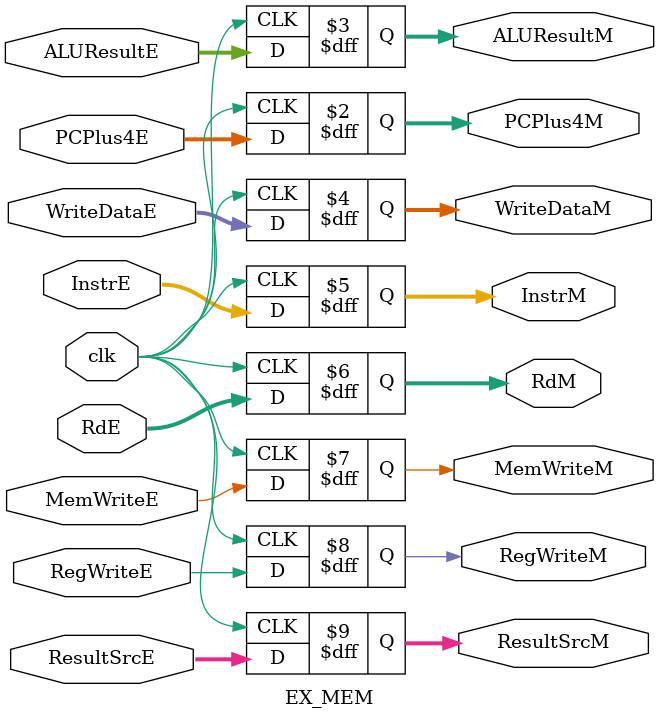
<source format=sv>
module EX_MEM(
    input clk,
// Active low reset
    input [31:0] PCPlus4E,  // PC+4 from EX stage
    input [31:0] ALUResultE,// ALU computation result
    input [31:0] WriteDataE,// Data to write to memory
    input [31:0] InstrE,    // Instruction from EX stage
    input [4:0] RdE,        // Destination register
    input MemWriteE,        // Memory write control
    input RegWriteE,        // Register write control
    input [1:0] ResultSrcE, // Memory to register control

    output reg [31:0] PCPlus4M,
    output reg [31:0] ALUResultM,
    output reg [31:0] WriteDataM,
    output reg [31:0] InstrM,    // Instruction to MEM stage
    output reg [4:0] RdM,
    output reg MemWriteM,
    output reg RegWriteM,
    output reg [1:0] ResultSrcM  // Memory to register control
);

    always @(posedge clk) begin//posedge clk or 
            PCPlus4M <= PCPlus4E;
            ALUResultM <= ALUResultE;
            WriteDataM <= WriteDataE;
            InstrM <= InstrE;
            RdM <= RdE;
            MemWriteM <= MemWriteE;
            RegWriteM <= RegWriteE;
            ResultSrcM <= ResultSrcE;
        end
    
endmodule

</source>
